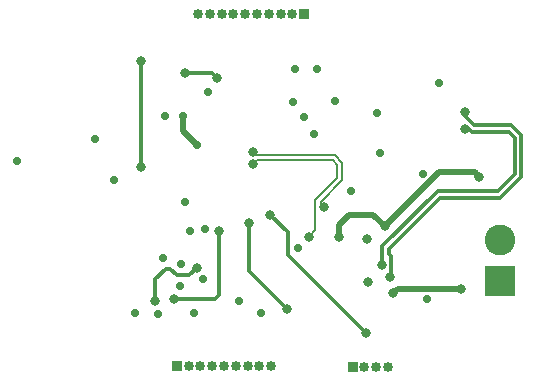
<source format=gbr>
%TF.GenerationSoftware,KiCad,Pcbnew,(6.0.0)*%
%TF.CreationDate,2022-11-12T11:45:22+03:00*%
%TF.ProjectId,RoBEC,526f4245-432e-46b6-9963-61645f706362,rev?*%
%TF.SameCoordinates,Original*%
%TF.FileFunction,Copper,L4,Bot*%
%TF.FilePolarity,Positive*%
%FSLAX46Y46*%
G04 Gerber Fmt 4.6, Leading zero omitted, Abs format (unit mm)*
G04 Created by KiCad (PCBNEW (6.0.0)) date 2022-11-12 11:45:22*
%MOMM*%
%LPD*%
G01*
G04 APERTURE LIST*
%TA.AperFunction,ComponentPad*%
%ADD10R,0.850000X0.850000*%
%TD*%
%TA.AperFunction,ComponentPad*%
%ADD11O,0.850000X0.850000*%
%TD*%
%TA.AperFunction,ComponentPad*%
%ADD12R,2.600000X2.600000*%
%TD*%
%TA.AperFunction,ComponentPad*%
%ADD13C,2.600000*%
%TD*%
%TA.AperFunction,ViaPad*%
%ADD14C,0.700000*%
%TD*%
%TA.AperFunction,ViaPad*%
%ADD15C,0.800000*%
%TD*%
%TA.AperFunction,Conductor*%
%ADD16C,0.500000*%
%TD*%
%TA.AperFunction,Conductor*%
%ADD17C,0.300000*%
%TD*%
%TA.AperFunction,Conductor*%
%ADD18C,0.200000*%
%TD*%
G04 APERTURE END LIST*
D10*
%TO.P,USART,1,Pin_1*%
%TO.N,+3V3*%
X162962500Y-116105000D03*
D11*
%TO.P,USART,2,Pin_2*%
%TO.N,USART_TX*%
X163962500Y-116105000D03*
%TO.P,USART,3,Pin_3*%
%TO.N,USART_RX*%
X164962500Y-116105000D03*
%TO.P,USART,4,Pin_4*%
%TO.N,GND*%
X165962500Y-116105000D03*
%TD*%
D10*
%TO.P,SWD,1,Pin_1*%
%TO.N,+3V3*%
X158862500Y-86205000D03*
D11*
%TO.P,SWD,2,Pin_2*%
%TO.N,Net-(J3-Pad2)*%
X157862500Y-86205000D03*
%TO.P,SWD,3,Pin_3*%
%TO.N,GND*%
X156862500Y-86205000D03*
%TO.P,SWD,4,Pin_4*%
%TO.N,SWCLK*%
X155862500Y-86205000D03*
%TO.P,SWD,5,Pin_5*%
%TO.N,GND*%
X154862500Y-86205000D03*
%TO.P,SWD,6,Pin_6*%
%TO.N,SWO*%
X153862500Y-86205000D03*
%TO.P,SWD,7,Pin_7*%
%TO.N,unconnected-(J3-Pad7)*%
X152862500Y-86205000D03*
%TO.P,SWD,8,Pin_8*%
%TO.N,unconnected-(J3-Pad8)*%
X151862500Y-86205000D03*
%TO.P,SWD,9,Pin_9*%
%TO.N,GND*%
X150862500Y-86205000D03*
%TO.P,SWD,10,Pin_10*%
%TO.N,Net-(J3-Pad10)*%
X149862500Y-86205000D03*
%TD*%
D12*
%TO.P,J1,1,Pin_1*%
%TO.N,+12V*%
X175407500Y-108855000D03*
D13*
%TO.P,J1,2,Pin_2*%
%TO.N,GND*%
X175407500Y-105355000D03*
%TD*%
D10*
%TO.P,SPI,1,Pin_1*%
%TO.N,+3V3*%
X148062500Y-116005000D03*
D11*
%TO.P,SPI,2,Pin_2*%
%TO.N,SPI_SCK*%
X149062500Y-116005000D03*
%TO.P,SPI,3,Pin_3*%
%TO.N,SPI_MISO*%
X150062500Y-116005000D03*
%TO.P,SPI,4,Pin_4*%
%TO.N,SPI_MOSI*%
X151062500Y-116005000D03*
%TO.P,SPI,5,Pin_5*%
%TO.N,CS1*%
X152062500Y-116005000D03*
%TO.P,SPI,6,Pin_6*%
%TO.N,CS2*%
X153062500Y-116005000D03*
%TO.P,SPI,7,Pin_7*%
%TO.N,CS3*%
X154062500Y-116005000D03*
%TO.P,SPI,8,Pin_8*%
%TO.N,CS4*%
X155062500Y-116005000D03*
%TO.P,SPI,9,Pin_9*%
%TO.N,GND*%
X156062500Y-116005000D03*
%TD*%
D14*
%TO.N,+3V3*%
X149492500Y-111515000D03*
X159672500Y-96355000D03*
X150252500Y-108675000D03*
X144572500Y-111565000D03*
X155192500Y-111555000D03*
X153362500Y-110485000D03*
X148572500Y-94865000D03*
X149772500Y-97315000D03*
X148412500Y-107435000D03*
X134532500Y-98715000D03*
X158362500Y-106045000D03*
X159922500Y-90875000D03*
X150432500Y-104405000D03*
X146462500Y-111605000D03*
X158832500Y-94965000D03*
%TO.N,GND*%
X142762500Y-100255000D03*
X169242500Y-110345000D03*
X162812500Y-101255000D03*
X147032500Y-94855000D03*
D15*
X164252500Y-108925000D03*
D14*
X141182500Y-96795000D03*
X168882500Y-99795000D03*
X146922500Y-106855000D03*
X149182500Y-104585000D03*
X170282500Y-92055000D03*
X150692500Y-92835000D03*
X165242500Y-97975000D03*
D15*
X164152500Y-105235000D03*
D14*
X148782500Y-102105000D03*
X161472500Y-93615000D03*
X157882500Y-93645000D03*
X158042500Y-90865000D03*
X148362500Y-109235000D03*
X165032500Y-94645000D03*
D15*
%TO.N,+5V*%
X161838000Y-105105000D03*
X165662500Y-104205000D03*
X173662500Y-100005000D03*
%TO.N,+12V*%
X172162500Y-109505000D03*
X166413000Y-109875023D03*
%TO.N,USB_CONN_D+*%
X172432500Y-94515000D03*
X166122500Y-108455000D03*
%TO.N,USB_CONN_D-*%
X172435270Y-95976232D03*
X165472829Y-107476232D03*
%TO.N,Net-(J3-Pad10)*%
X145062500Y-99154500D03*
X145062500Y-90205000D03*
%TO.N,SPI_SCK*%
X149762500Y-107695500D03*
X146262500Y-110505000D03*
%TO.N,SPI_MISO*%
X147851461Y-110367987D03*
X151642500Y-104605000D03*
%TO.N,USART_TX*%
X154162500Y-103905000D03*
X157362500Y-111205000D03*
%TO.N,USART_RX*%
X164062500Y-113205000D03*
X155962500Y-103205000D03*
%TO.N,Net-(R1-Pad1)*%
X151462500Y-91605000D03*
X148762500Y-91205000D03*
%TO.N,USB_D-*%
X159222500Y-105125000D03*
X154539124Y-98924989D03*
%TO.N,USB_D+*%
X160533732Y-102605385D03*
X154539124Y-97874989D03*
%TD*%
D16*
%TO.N,+3V3*%
X148572500Y-96115000D02*
X149772500Y-97315000D01*
X148572500Y-94865000D02*
X148572500Y-96115000D01*
%TO.N,+5V*%
X161838000Y-104089500D02*
X162662500Y-103265000D01*
X162662500Y-103265000D02*
X164722500Y-103265000D01*
X164722500Y-103265000D02*
X165662500Y-104205000D01*
X161838000Y-105105000D02*
X161838000Y-104089500D01*
X165662500Y-104205000D02*
X170232500Y-99635000D01*
X173292500Y-99635000D02*
X173662500Y-100005000D01*
X170232500Y-99635000D02*
X173292500Y-99635000D01*
%TO.N,+12V*%
X166783023Y-109505000D02*
X172162500Y-109505000D01*
X166413000Y-109875023D02*
X166783023Y-109505000D01*
D17*
%TO.N,USB_CONN_D+*%
X176387613Y-95662961D02*
X177237500Y-96512848D01*
X172432500Y-94515000D02*
X172432500Y-94842089D01*
X177237500Y-100018910D02*
X175476410Y-101780000D01*
X173253372Y-95662961D02*
X176387613Y-95662961D01*
X175476410Y-101780000D02*
X170376410Y-101780000D01*
X172432500Y-94842089D02*
X173253372Y-95662961D01*
X166222340Y-108355160D02*
X166122500Y-108455000D01*
X172432500Y-94868555D02*
X172432500Y-94515000D01*
X166022829Y-106133581D02*
X166022829Y-106541304D01*
X177237500Y-96512848D02*
X177237500Y-100018910D01*
X166222340Y-106740815D02*
X166222340Y-108355160D01*
X170376410Y-101780000D02*
X166022829Y-106133581D01*
X166022829Y-106541304D02*
X166222340Y-106740815D01*
%TO.N,USB_CONN_D-*%
X165472829Y-107122649D02*
X165415312Y-107065132D01*
X175248590Y-101230000D02*
X176687500Y-99791090D01*
X173025554Y-96212961D02*
X172788825Y-95976232D01*
X165415312Y-106402404D02*
X165472829Y-106344887D01*
X165472829Y-106344887D02*
X165472829Y-105905761D01*
X176687500Y-96740668D02*
X176159793Y-96212961D01*
X172788825Y-95976232D02*
X172435270Y-95976232D01*
X165415312Y-107065132D02*
X165415312Y-106402404D01*
X176687500Y-99791090D02*
X176687500Y-96740668D01*
X165472829Y-107476232D02*
X165472829Y-107122649D01*
X170148590Y-101230000D02*
X175248590Y-101230000D01*
X165472829Y-105905761D02*
X170148590Y-101230000D01*
X176159793Y-96212961D02*
X173025554Y-96212961D01*
%TO.N,Net-(J3-Pad10)*%
X145062500Y-99154500D02*
X145062500Y-90205000D01*
%TO.N,SPI_SCK*%
X146262500Y-108695000D02*
X147162500Y-107795000D01*
X149102748Y-108355252D02*
X149762500Y-107695500D01*
X147512500Y-107795000D02*
X148072752Y-108355252D01*
X147162500Y-107795000D02*
X147512500Y-107795000D01*
X149762500Y-107805000D02*
X149762500Y-107695500D01*
X148072752Y-108355252D02*
X149102748Y-108355252D01*
X146262500Y-110505000D02*
X146262500Y-108695000D01*
%TO.N,SPI_MISO*%
X151662500Y-110015000D02*
X151662500Y-104505000D01*
X147851461Y-110367987D02*
X151309513Y-110367987D01*
X151309513Y-110367987D02*
X151662500Y-110015000D01*
%TO.N,USART_TX*%
X154162500Y-108005000D02*
X154162500Y-103905000D01*
X157362500Y-111205000D02*
X154162500Y-108005000D01*
%TO.N,USART_RX*%
X164062500Y-113205000D02*
X157462500Y-106605000D01*
X157462500Y-106605000D02*
X157462500Y-105505000D01*
X157462500Y-105505000D02*
X157462500Y-104705000D01*
X157462500Y-104705000D02*
X155962500Y-103205000D01*
%TO.N,Net-(R1-Pad1)*%
X148762500Y-91205000D02*
X151062500Y-91205000D01*
X151062500Y-91205000D02*
X151462500Y-91605000D01*
D18*
%TO.N,USB_D-*%
X161264289Y-98624989D02*
X161637500Y-98998200D01*
X154539124Y-98924989D02*
X154839123Y-98624990D01*
X161637500Y-100111800D02*
X159791268Y-101958032D01*
X159791268Y-101958032D02*
X159791268Y-104556232D01*
X159791268Y-104556232D02*
X159222500Y-105125000D01*
X161637500Y-98998200D02*
X161637500Y-100111800D01*
X154839123Y-98624990D02*
X161264289Y-98624989D01*
%TO.N,USB_D+*%
X160533732Y-102605385D02*
X160241269Y-102312922D01*
X154839123Y-98174988D02*
X154539124Y-97874989D01*
X161450689Y-98174989D02*
X154839123Y-98174988D01*
X162087500Y-98811800D02*
X161450689Y-98174989D01*
X160241269Y-102144431D02*
X162087500Y-100298200D01*
X162087500Y-100298200D02*
X162087500Y-98811800D01*
X160241269Y-102312922D02*
X160241269Y-102144431D01*
%TD*%
M02*

</source>
